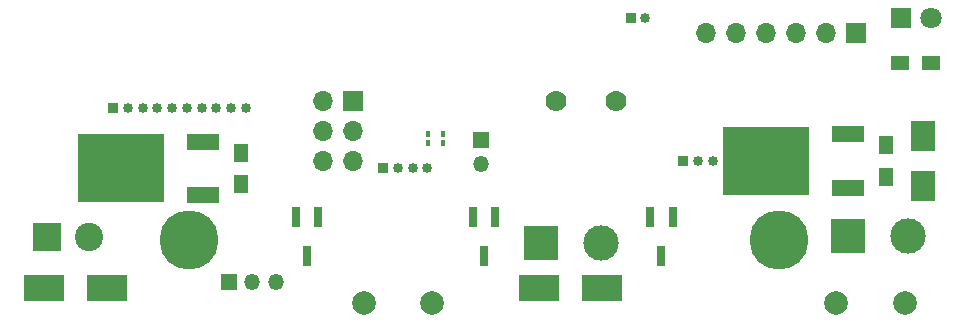
<source format=gbs>
G04 #@! TF.FileFunction,Soldermask,Bot*
%FSLAX46Y46*%
G04 Gerber Fmt 4.6, Leading zero omitted, Abs format (unit mm)*
G04 Created by KiCad (PCBNEW 4.0.7) date 08/24/19 10:44:38*
%MOMM*%
%LPD*%
G01*
G04 APERTURE LIST*
%ADD10C,0.100000*%
%ADD11R,0.850000X0.850000*%
%ADD12C,0.850000*%
%ADD13C,2.000000*%
%ADD14C,5.000000*%
%ADD15R,1.350000X1.350000*%
%ADD16O,1.350000X1.350000*%
%ADD17R,1.700000X1.700000*%
%ADD18O,1.700000X1.700000*%
%ADD19R,3.000000X3.000000*%
%ADD20C,3.000000*%
%ADD21R,2.400000X2.400000*%
%ADD22C,2.400000*%
%ADD23R,1.500000X1.300000*%
%ADD24R,1.300000X1.500000*%
%ADD25R,2.700000X1.400000*%
%ADD26R,7.400000X5.800000*%
%ADD27R,1.800000X1.800000*%
%ADD28C,1.800000*%
%ADD29R,0.400000X0.600000*%
%ADD30C,1.778000*%
%ADD31R,3.500000X2.300000*%
%ADD32R,0.800000X1.800000*%
%ADD33R,2.030000X2.650000*%
G04 APERTURE END LIST*
D10*
D11*
X139573000Y-103505000D03*
D12*
X140823000Y-103505000D03*
X142073000Y-103505000D03*
X143323000Y-103505000D03*
X144573000Y-103505000D03*
X145823000Y-103505000D03*
X147073000Y-103505000D03*
X148323000Y-103505000D03*
X149573000Y-103505000D03*
X150823000Y-103505000D03*
D13*
X166603000Y-120015000D03*
X160803000Y-120015000D03*
X200808000Y-120015000D03*
X206608000Y-120015000D03*
D11*
X183388000Y-95885000D03*
D12*
X184638000Y-95885000D03*
D14*
X145998000Y-114619000D03*
D15*
X149352000Y-118237000D03*
D16*
X151352000Y-118237000D03*
X153352000Y-118237000D03*
D17*
X159893000Y-102870000D03*
D18*
X157353000Y-102870000D03*
X159893000Y-105410000D03*
X157353000Y-105410000D03*
X159893000Y-107950000D03*
X157353000Y-107950000D03*
D19*
X175768000Y-114935000D03*
D20*
X180848000Y-114935000D03*
D14*
X195998000Y-114619000D03*
D21*
X133998000Y-114365000D03*
D22*
X137498000Y-114365000D03*
D15*
X170688000Y-106172000D03*
D16*
X170688000Y-108172000D03*
D19*
X201803000Y-114300000D03*
D20*
X206883000Y-114300000D03*
D23*
X206168000Y-99695000D03*
X208868000Y-99695000D03*
D24*
X204978000Y-109300000D03*
X204978000Y-106600000D03*
D25*
X201808000Y-105670000D03*
X201808000Y-110230000D03*
D26*
X194826000Y-107950000D03*
D27*
X206248000Y-95885000D03*
D28*
X208788000Y-95885000D03*
D29*
X166243000Y-106445000D03*
X166243000Y-105645000D03*
X167513000Y-106445000D03*
X167513000Y-105645000D03*
D30*
X182118000Y-102870000D03*
X177038000Y-102870000D03*
D31*
X181008000Y-118745000D03*
X175608000Y-118745000D03*
D11*
X162433000Y-108585000D03*
D12*
X163683000Y-108585000D03*
X164933000Y-108585000D03*
X166183000Y-108585000D03*
D17*
X202438000Y-97155000D03*
D18*
X199898000Y-97155000D03*
X197358000Y-97155000D03*
X194818000Y-97155000D03*
X192278000Y-97155000D03*
X189738000Y-97155000D03*
D11*
X187833000Y-107950000D03*
D12*
X189083000Y-107950000D03*
X190333000Y-107950000D03*
D32*
X155048000Y-112715000D03*
X156948000Y-112715000D03*
X155998000Y-116015000D03*
X170048000Y-112715000D03*
X171948000Y-112715000D03*
X170998000Y-116015000D03*
X185048000Y-112715000D03*
X186948000Y-112715000D03*
X185998000Y-116015000D03*
D31*
X139098000Y-118745000D03*
X133698000Y-118745000D03*
D25*
X147198000Y-106305000D03*
X147198000Y-110865000D03*
D26*
X140216000Y-108585000D03*
D24*
X150368000Y-109935000D03*
X150368000Y-107235000D03*
D33*
X208153000Y-110040000D03*
X208153000Y-105860000D03*
M02*

</source>
